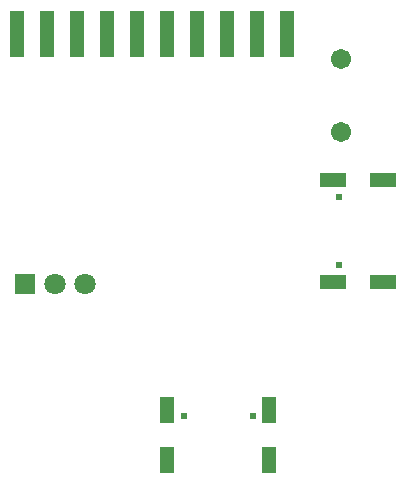
<source format=gbs>
G04*
G04 #@! TF.GenerationSoftware,Altium Limited,Altium Designer,24.10.1 (45)*
G04*
G04 Layer_Color=16711935*
%FSLAX44Y44*%
%MOMM*%
G71*
G04*
G04 #@! TF.SameCoordinates,D858BCDD-2960-4CD3-B1C5-A937537348C7*
G04*
G04*
G04 #@! TF.FilePolarity,Negative*
G04*
G01*
G75*
%ADD33R,1.2032X3.9032*%
%ADD40C,1.8032*%
%ADD41R,1.8032X1.8032*%
%ADD42C,1.7032*%
%ADD43C,0.6032*%
%ADD44R,1.2032X2.3032*%
%ADD45R,2.3032X1.2032*%
D33*
X127600Y360000D02*
D03*
X153000D02*
D03*
X178400D02*
D03*
X203800D02*
D03*
X229200D02*
D03*
X254600D02*
D03*
X280000D02*
D03*
X305400D02*
D03*
X330800D02*
D03*
X356200D02*
D03*
D40*
X185300Y148000D02*
D03*
X159900D02*
D03*
D41*
X134500D02*
D03*
D42*
X402000Y339000D02*
D03*
Y277000D02*
D03*
D43*
X327200Y36300D02*
D03*
X269400D02*
D03*
X400700Y222100D02*
D03*
Y164300D02*
D03*
D44*
X255100Y41300D02*
D03*
X341500D02*
D03*
X255100Y-500D02*
D03*
X341500D02*
D03*
D45*
X395700Y150000D02*
D03*
Y236400D02*
D03*
X437500Y150000D02*
D03*
Y236400D02*
D03*
M02*

</source>
